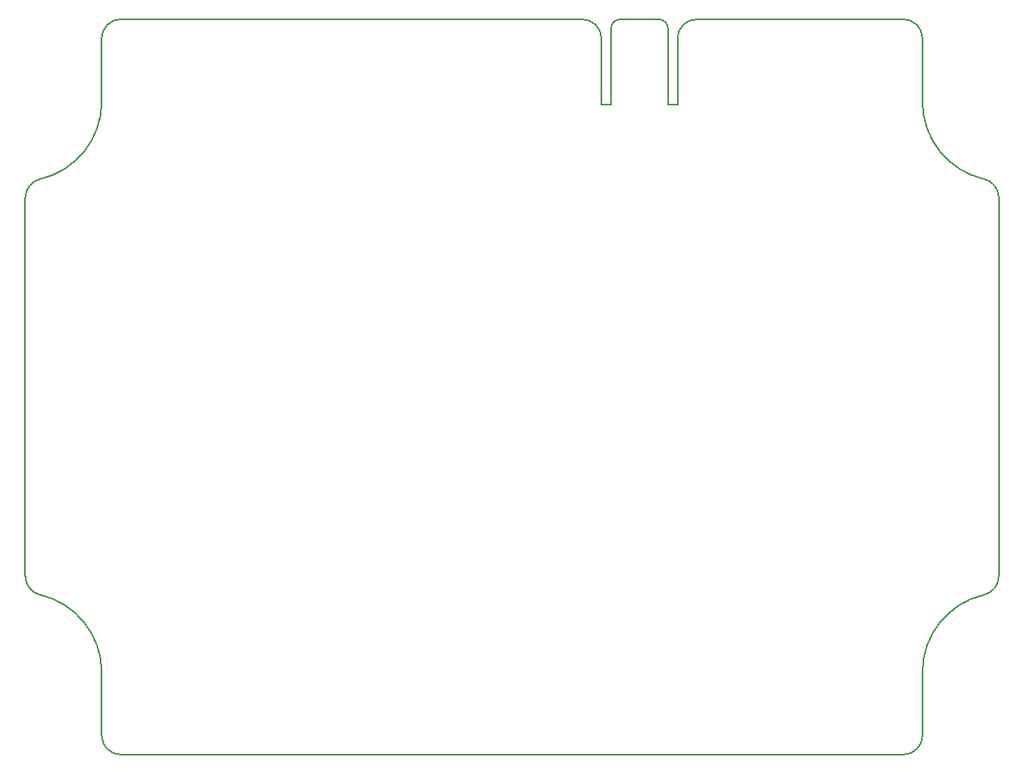
<source format=gbr>
%TF.GenerationSoftware,KiCad,Pcbnew,(6.0.8)*%
%TF.CreationDate,2023-04-20T14:40:41+02:00*%
%TF.ProjectId,scheda PSE,73636865-6461-4205-9053-452e6b696361,rev?*%
%TF.SameCoordinates,Original*%
%TF.FileFunction,Profile,NP*%
%FSLAX46Y46*%
G04 Gerber Fmt 4.6, Leading zero omitted, Abs format (unit mm)*
G04 Created by KiCad (PCBNEW (6.0.8)) date 2023-04-20 14:40:41*
%MOMM*%
%LPD*%
G01*
G04 APERTURE LIST*
%TA.AperFunction,Profile*%
%ADD10C,0.200000*%
%TD*%
G04 APERTURE END LIST*
D10*
X162900000Y-58309804D02*
X114335985Y-58309804D01*
X165900000Y-67309804D02*
X165900000Y-59309804D01*
X170900000Y-58309804D02*
X166900000Y-58309804D01*
X164900000Y-60309804D02*
X164900000Y-67309804D01*
X196664016Y-135690216D02*
G75*
G03*
X198664016Y-133690196I-16J2000016D01*
G01*
X104309804Y-97000000D02*
X104309804Y-77074591D01*
X164899996Y-60309804D02*
G75*
G03*
X162900000Y-58309804I-1999996J4D01*
G01*
X166900000Y-58309800D02*
G75*
G03*
X165900000Y-59309804I0J-1000000D01*
G01*
X112335985Y-127000000D02*
X112335985Y-133690196D01*
X196664016Y-58309804D02*
X174900000Y-58309804D01*
X206690196Y-116925409D02*
X206690196Y-97000000D01*
X114335985Y-58309785D02*
G75*
G03*
X112335985Y-60309804I15J-2000015D01*
G01*
X206690208Y-77074591D02*
G75*
G03*
X205137140Y-75125170I-2000008J-9D01*
G01*
X198664016Y-133690196D02*
X198664016Y-127000000D01*
X171900000Y-67309804D02*
X172900000Y-67309804D01*
X105862860Y-75125170D02*
G75*
G03*
X112335984Y-67000000I-1862860J8125170D01*
G01*
X105862863Y-75125182D02*
G75*
G03*
X104309804Y-77074591I446937J-1949418D01*
G01*
X171900000Y-59309804D02*
X171900000Y-67309804D01*
X112335985Y-67000000D02*
X112335985Y-60309804D01*
X104309792Y-116925409D02*
G75*
G03*
X105862860Y-118874830I2000008J9D01*
G01*
X172900000Y-67309804D02*
X172900000Y-60309804D01*
X206690196Y-77074591D02*
X206690196Y-97000000D01*
X205137137Y-118874818D02*
G75*
G03*
X206690196Y-116925409I-446937J1949418D01*
G01*
X205137140Y-118874830D02*
G75*
G03*
X198664016Y-127000000I1862860J-8125170D01*
G01*
X171899996Y-59309804D02*
G75*
G03*
X170900000Y-58309804I-999996J4D01*
G01*
X114335985Y-135690196D02*
X196664016Y-135690196D01*
X164900000Y-67309804D02*
X165900000Y-67309804D01*
X198663996Y-60309804D02*
G75*
G03*
X196664016Y-58309804I-1999996J4D01*
G01*
X104309804Y-97000000D02*
X104309804Y-116925409D01*
X112336004Y-133690196D02*
G75*
G03*
X114335985Y-135690196I1999996J-4D01*
G01*
X174900000Y-58309800D02*
G75*
G03*
X172900000Y-60309804I0J-2000000D01*
G01*
X198664016Y-67000000D02*
G75*
G03*
X205137140Y-75125170I8335984J0D01*
G01*
X198664016Y-60309804D02*
X198664016Y-67000000D01*
X112335984Y-127000000D02*
G75*
G03*
X105862860Y-118874830I-8335984J0D01*
G01*
M02*

</source>
